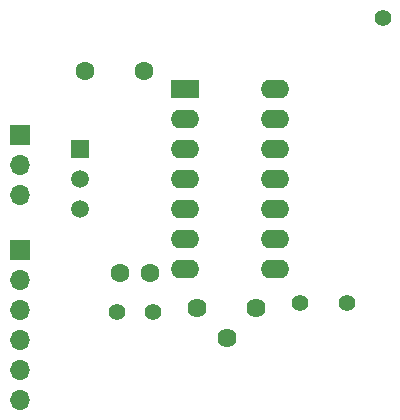
<source format=gbs>
G04 #@! TF.GenerationSoftware,KiCad,Pcbnew,7.0.6-0*
G04 #@! TF.CreationDate,2023-08-18T21:45:25+02:00*
G04 #@! TF.ProjectId,shmoergh-funk-live-voice,73686d6f-6572-4676-982d-66756e6b2d6c,rev?*
G04 #@! TF.SameCoordinates,Original*
G04 #@! TF.FileFunction,Soldermask,Bot*
G04 #@! TF.FilePolarity,Negative*
%FSLAX46Y46*%
G04 Gerber Fmt 4.6, Leading zero omitted, Abs format (unit mm)*
G04 Created by KiCad (PCBNEW 7.0.6-0) date 2023-08-18 21:45:25*
%MOMM*%
%LPD*%
G01*
G04 APERTURE LIST*
%ADD10C,1.400000*%
%ADD11C,1.620000*%
%ADD12R,1.500000X1.500000*%
%ADD13C,1.500000*%
%ADD14C,1.600000*%
%ADD15R,2.400000X1.600000*%
%ADD16O,2.400000X1.600000*%
%ADD17R,1.700000X1.700000*%
%ADD18O,1.700000X1.700000*%
G04 APERTURE END LIST*
D10*
X157607000Y-82997000D03*
X154559000Y-107127000D03*
X150622000Y-107127000D03*
X135128000Y-107889000D03*
X138176000Y-107889000D03*
D11*
X146899000Y-107548000D03*
X144399000Y-110048000D03*
X141899000Y-107548000D03*
D12*
X132011000Y-94036000D03*
D13*
X132011000Y-96576000D03*
X132011000Y-99116000D03*
D14*
X135402000Y-104587000D03*
X137902000Y-104587000D03*
X137414000Y-87442000D03*
X132414000Y-87442000D03*
D15*
X140843000Y-88966000D03*
D16*
X140843000Y-91506000D03*
X140843000Y-94046000D03*
X140843000Y-96586000D03*
X140843000Y-99126000D03*
X140843000Y-101666000D03*
X140843000Y-104206000D03*
X148463000Y-104206000D03*
X148463000Y-101666000D03*
X148463000Y-99126000D03*
X148463000Y-96586000D03*
X148463000Y-94046000D03*
X148463000Y-91506000D03*
X148463000Y-88966000D03*
D17*
X126873000Y-102616000D03*
D18*
X126873000Y-105156000D03*
X126873000Y-107696000D03*
X126873000Y-110236000D03*
X126873000Y-112776000D03*
X126873000Y-115316000D03*
D17*
X126873000Y-92904036D03*
D18*
X126873000Y-95444036D03*
X126873000Y-97984036D03*
M02*

</source>
